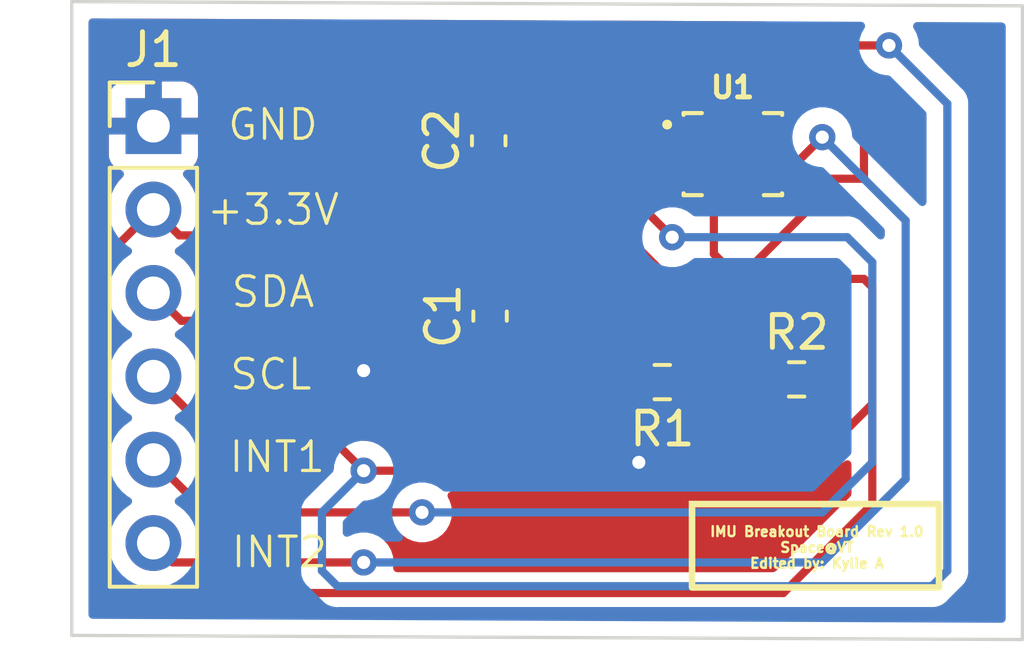
<source format=kicad_pcb>
(kicad_pcb (version 20211014) (generator pcbnew)
  (layers (0 "F.Cu" signal) (31 "B.Cu" signal) (34 "B.Paste" user) (35 "F.Paste" user) (36 "B.SilkS" user "B.Silkscreen") (37 "F.SilkS" user "F.Silkscreen") (38 "B.Mask" user) (39 "F.Mask" user) (44 "Edge.Cuts" user))
  (net 0 "")
  (net 1 "/IMU_A_SCL")
  (net 2 "+3V3")
  (net 3 "/IMU_A_SDA")
  (net 4 "GND")
  (net 6 "/IMU_A_INT2")
  (net 8 "/IMU_A_INT1")
  (footprint "Resistor_SMD:R_0603_1608Metric" (layer "F.Cu") (at 109.426673 74.009259 180)
    (fp_text reference "R1" (at 0 -1.43) (layer "F.SilkS"))
    (fp_text value "10K")
    (fp_line (start -0.237258 0.5225) (end 0.237258 0.5225) (layer "F.SilkS") (width 0.12))
    (fp_line (start -0.237258 -0.5225) (end 0.237258 -0.5225) (layer "F.SilkS") (width 0.12))
    (pad "1" smd roundrect (at -0.825 0 180) (size 0.8 0.95) (layers "F.Cu" "F.Paste" "F.Mask") (net 1 "/IMU_A_SCL"))
    (pad "2" smd roundrect (at 0.825 0 180) (size 0.8 0.95) (layers "F.Cu" "F.Paste" "F.Mask") (net 2 "+3V3"))
  )
  (footprint "Capacitor_SMD:C_0603_1608Metric" (layer "F.Cu") (at 104.14 66.657652 90)
    (fp_text reference "C2" (at 0 -1.43 90) (layer "F.SilkS"))
    (fp_text value "100nF")
    (fp_line (start -0.14058 -0.51) (end 0.14058 -0.51) (layer "F.SilkS") (width 0.12))
    (fp_line (start -0.14058 0.51) (end 0.14058 0.51) (layer "F.SilkS") (width 0.12))
    (pad "1" smd roundrect (at -0.775 0 90) (size 0.9 0.95) (layers "F.Cu" "F.Paste" "F.Mask") (net 4 "GND"))
    (pad "2" smd roundrect (at 0.775 0 90) (size 0.9 0.95) (layers "F.Cu" "F.Paste" "F.Mask") (net 2 "+3V3"))
  )
  (footprint "Connector_PinHeader_2.54mm:PinHeader_1x06_P2.54mm_Vertical" (layer "F.Cu") (at 93.926149 66.212543)
    (fp_text reference "J1" (at 0 -2.33) (layer "F.SilkS"))
    (fp_text value "Conn_01x06")
    (fp_line (start -1.33 -1.33) (end 0 -1.33) (layer "F.SilkS") (width 0.12))
    (fp_line (start -1.33 1.27) (end -1.33 14.03) (layer "F.SilkS") (width 0.12))
    (fp_line (start -1.33 0) (end -1.33 -1.33) (layer "F.SilkS") (width 0.12))
    (fp_line (start 1.33 1.27) (end 1.33 14.03) (layer "F.SilkS") (width 0.12))
    (fp_line (start -1.33 14.03) (end 1.33 14.03) (layer "F.SilkS") (width 0.12))
    (fp_line (start -1.33 1.27) (end 1.33 1.27) (layer "F.SilkS") (width 0.12))
    (pad "1" thru_hole rect (at 0 0) (size 1.7 1.7) (drill 1) (layers *.Cu *.Mask) (net 4 "GND"))
    (pad "2" thru_hole oval (at 0 2.54) (size 1.7 1.7) (drill 1) (layers *.Cu *.Mask) (net 2 "+3V3"))
    (pad "3" thru_hole oval (at 0 5.08) (size 1.7 1.7) (drill 1) (layers *.Cu *.Mask) (net 3 "/IMU_A_SDA"))
    (pad "4" thru_hole oval (at 0 7.62) (size 1.7 1.7) (drill 1) (layers *.Cu *.Mask) (net 1 "/IMU_A_SCL"))
    (pad "5" thru_hole oval (at 0 10.16) (size 1.7 1.7) (drill 1) (layers *.Cu *.Mask) (net 8 "/IMU_A_INT1"))
    (pad "6" thru_hole oval (at 0 12.7) (size 1.7 1.7) (drill 1) (layers *.Cu *.Mask) (net 6 "/IMU_A_INT2"))
  )
  (footprint "Capacitor_SMD:C_0603_1608Metric" (layer "F.Cu") (at 104.181335 71.99979 90)
    (fp_text reference "C1" (at 0 -1.43 90) (layer "F.SilkS"))
    (fp_text value "100nF")
    (fp_line (start -0.14058 -0.51) (end 0.14058 -0.51) (layer "F.SilkS") (width 0.12))
    (fp_line (start -0.14058 0.51) (end 0.14058 0.51) (layer "F.SilkS") (width 0.12))
    (pad "1" smd roundrect (at -0.775 0 90) (size 0.9 0.95) (layers "F.Cu" "F.Paste" "F.Mask") (net 4 "GND"))
    (pad "2" smd roundrect (at 0.775 0 90) (size 0.9 0.95) (layers "F.Cu" "F.Paste" "F.Mask") (net 2 "+3V3"))
  )
  (footprint "InertialMeasurementUnits:XDCR_BMI270" (layer "F.Cu") (at 111.576079 67.065024)
    (fp_text reference "U1" (at -0.008 -2.0314) (layer "F.SilkS") (effects (font (size 0.64 0.64))))
    (fp_text value "BMI270")
    (fp_line (start -1.5 1.195) (end -1.5 1.25) (layer "F.SilkS") (width 0.127))
    (fp_line (start 0.945 1.25) (end 1.5 1.25) (layer "F.SilkS") (width 0.127))
    (fp_line (start -1.5 -1.25) (end -1.5 -1.195) (layer "F.SilkS") (width 0.127))
    (fp_line (start -1.5 -1.25) (end -0.945 -1.25) (layer "F.SilkS") (width 0.127))
    (fp_line (start 1.5 -1.25) (end 1.5 -1.195) (layer "F.SilkS") (width 0.127))
    (fp_line (start 0.945 -1.25) (end 1.5 -1.25) (layer "F.SilkS") (width 0.127))
    (fp_line (start -1.5 1.25) (end -0.945 1.25) (layer "F.SilkS") (width 0.127))
    (fp_line (start 1.5 1.195) (end 1.5 1.25) (layer "F.SilkS") (width 0.127))
    (fp_circle (center -2 -0.9) (end -1.925 -0.9) (layer "F.SilkS") (width 0.15) (fill none))
    (pad "1" smd rect locked (at -1.1625 -0.75) (size 0.475 0.25) (layers "F.Cu" "F.Paste" "F.Mask") (net 4 "GND"))
    (pad "2" smd rect locked (at -1.1625 -0.25) (size 0.475 0.25) (layers "F.Cu" "F.Paste" "F.Mask"))
    (pad "3" smd rect locked (at -1.1625 0.25) (size 0.475 0.25) (layers "F.Cu" "F.Paste" "F.Mask"))
    (pad "4" smd rect locked (at -1.1625 0.75) (size 0.475 0.25) (layers "F.Cu" "F.Paste" "F.Mask") (net 8 "/IMU_A_INT1"))
    (pad "5" smd rect locked (at -0.5 0.9125) (size 0.25 0.475) (layers "F.Cu" "F.Paste" "F.Mask") (net 2 "+3V3"))
    (pad "6" smd rect locked (at 0 0.9125) (size 0.25 0.475) (layers "F.Cu" "F.Paste" "F.Mask") (net 4 "GND"))
    (pad "7" smd rect locked (at 0.5 0.9125) (size 0.25 0.475) (layers "F.Cu" "F.Paste" "F.Mask") (net 4 "GND"))
    (pad "8" smd rect locked (at 1.1625 0.75) (size 0.475 0.25) (layers "F.Cu" "F.Paste" "F.Mask") (net 2 "+3V3"))
    (pad "9" smd rect locked (at 1.1625 0.25) (size 0.475 0.25) (layers "F.Cu" "F.Paste" "F.Mask") (net 6 "/IMU_A_INT2"))
    (pad "10" smd rect locked (at 1.1625 -0.25) (size 0.475 0.25) (layers "F.Cu" "F.Paste" "F.Mask"))
    (pad "11" smd rect locked (at 1.1625 -0.75) (size 0.475 0.25) (layers "F.Cu" "F.Paste" "F.Mask"))
    (pad "12" smd rect locked (at 0.5 -0.9125) (size 0.25 0.475) (layers "F.Cu" "F.Paste" "F.Mask") (net 2 "+3V3"))
    (pad "13" smd rect locked (at 0 -0.9125) (size 0.25 0.475) (layers "F.Cu" "F.Paste" "F.Mask") (net 1 "/IMU_A_SCL"))
    (pad "14" smd rect locked (at -0.5 -0.9125) (size 0.25 0.475) (layers "F.Cu" "F.Paste" "F.Mask") (net 3 "/IMU_A_SDA"))
  )
  (footprint "Resistor_SMD:R_0603_1608Metric" (layer "F.Cu") (at 113.518812 73.92659)
    (fp_text reference "R2" (at 0 -1.43) (layer "F.SilkS"))
    (fp_text value "10K")
    (fp_line (start -0.237258 0.5225) (end 0.237258 0.5225) (layer "F.SilkS") (width 0.12))
    (fp_line (start -0.237258 -0.5225) (end 0.237258 -0.5225) (layer "F.SilkS") (width 0.12))
    (pad "1" smd roundrect (at -0.825 0) (size 0.8 0.95) (layers "F.Cu" "F.Paste" "F.Mask") (net 3 "/IMU_A_SDA"))
    (pad "2" smd roundrect (at 0.825 0) (size 0.8 0.95) (layers "F.Cu" "F.Paste" "F.Mask") (net 2 "+3V3"))
  )
  (gr_rect (start 110.333078 80.264) (end 117.856 77.724) (layer "F.SilkS") (width 0.2) (fill none))
  (gr_line (start 91.44 62.4205) (end 120.396 62.5475) (layer "Edge.Cuts") (width 0.1))
  (gr_line (start 91.44 81.7245) (end 91.44 62.4205) (layer "Edge.Cuts") (width 0.1))
  (gr_line (start 120.396 81.8515) (end 120.396 62.5475) (layer "Edge.Cuts") (width 0.1))
  (gr_line (start 91.44 81.7245) (end 120.396 81.8515) (layer "Edge.Cuts") (width 0.1))
  (gr_text "GND" (at 97.568199 66.170193) (layer "F.SilkS") (effects (font (size 0.9 0.9) (thickness 0.1))))
  (gr_text "SDA" (at 97.568199 71.261742) (layer "F.SilkS") (effects (font (size 0.9 0.9) (thickness 0.1))))
  (gr_text "INT2" (at 97.761549 79.189091) (layer "F.SilkS") (effects (font (size 0.9 0.9) (thickness 0.1))))
  (gr_text "IMU Breakout Board Rev 1.0\nSpace@VT\nEdited by: Kylie A" (at 114.135874 79.046711) (layer "F.SilkS") (effects (font (size 0.3 0.3) (thickness 0.075))))
  (gr_text "+3.3V" (at 97.570114 68.758649) (layer "F.SilkS") (effects (font (size 0.9 0.9) (thickness 0.1))))
  (gr_text "SCL" (at 97.503749 73.775292) (layer "F.SilkS") (effects (font (size 0.9 0.9) (thickness 0.1))))
  (gr_text "INT1" (at 97.697099 76.288841) (layer "F.SilkS") (effects (font (size 0.9 0.9) (thickness 0.1))))
  (segment (start 111.576079 65.207921) (end 113.03 63.754) (width 0.25) (layer "F.Cu") (net 1))
  (segment (start 108.204 72.39) (end 107.442 73.152) (width 0.25) (layer "F.Cu") (net 1))
  (segment (start 110.251673 72.913673) (end 109.728 72.39) (width 0.25) (layer "F.Cu") (net 1))
  (segment (start 111.525599 66.102044) (end 111.525599 66.04) (width 0.25) (layer "F.Cu") (net 1))
  (segment (start 109.728 72.39) (end 108.204 72.39) (width 0.25) (layer "F.Cu") (net 1))
  (segment (start 107.442 73.152) (end 107.442 76.2) (width 0.25) (layer "F.Cu") (net 1))
  (segment (start 95.287628 75.194022) (end 93.926149 73.832543) (width 0.25) (layer "F.Cu") (net 1))
  (segment (start 111.576079 66.152524) (end 111.576079 65.207921) (width 0.25) (layer "F.Cu") (net 1))
  (segment (start 111.576079 66.152524) (end 111.525599 66.102044) (width 0.25) (layer "F.Cu") (net 1))
  (segment (start 100.33 76.708) (end 98.816022 75.194022) (width 0.25) (layer "F.Cu") (net 1))
  (segment (start 106.934 76.708) (end 100.33 76.708) (width 0.25) (layer "F.Cu") (net 1))
  (segment (start 98.816022 75.194022) (end 95.287628 75.194022) (width 0.25) (layer "F.Cu") (net 1))
  (segment (start 110.251673 74.009259) (end 110.251673 72.913673) (width 0.25) (layer "F.Cu") (net 1))
  (segment (start 113.03 63.754) (end 116.332 63.754) (width 0.25) (layer "F.Cu") (net 1))
  (segment (start 107.442 76.2) (end 106.934 76.708) (width 0.25) (layer "F.Cu") (net 1))
  (via (at 100.33 76.708) (size 0.8) (drill 0.4) (layers "F.Cu" "B.Cu") (net 1))
  (via (at 116.332 63.754) (size 0.8) (drill 0.4) (layers "F.Cu" "B.Cu") (net 1))
  (segment (start 118.11 65.532) (end 116.332 63.754) (width 0.25) (layer "B.Cu") (net 1))
  (segment (start 100.33 76.708) (end 99.06 77.978) (width 0.25) (layer "B.Cu") (net 1))
  (segment (start 99.06 77.978) (end 99.06 79.756) (width 0.25) (layer "B.Cu") (net 1))
  (segment (start 118.11 79.756) (end 118.11 65.532) (width 0.25) (layer "B.Cu") (net 1))
  (segment (start 99.06 79.756) (end 99.530511 80.226511) (width 0.25) (layer "B.Cu") (net 1))
  (segment (start 117.639489 80.226511) (end 118.11 79.756) (width 0.25) (layer "B.Cu") (net 1))
  (segment (start 99.530511 80.226511) (end 117.639489 80.226511) (width 0.25) (layer "B.Cu") (net 1))
  (segment (start 115.567024 67.815024) (end 115.57 67.818) (width 0.25) (layer "F.Cu") (net 2))
  (segment (start 114.343812 73.92659) (end 112.324402 75.946) (width 0.25) (layer "F.Cu") (net 2))
  (segment (start 100.482341 69.540311) (end 94.713917 69.540311) (width 0.25) (layer "F.Cu") (net 2))
  (segment (start 92.202 80.01) (end 92.62652 80.43452) (width 0.25) (layer "F.Cu") (net 2))
  (segment (start 101.854 68.168652) (end 101.854 69.342) (width 0.25) (layer "F.Cu") (net 2))
  (segment (start 115.824 74.676) (end 115.824 71.12) (width 0.25) (layer "F.Cu") (net 2))
  (segment (start 112.738579 67.815024) (end 113.789024 67.815024) (width 0.25) (layer "F.Cu") (net 2))
  (segment (start 110.998 68.567125) (end 110.998 70.104) (width 0.25) (layer "F.Cu") (net 2))
  (segment (start 92.62652 80.43452) (end 113.11348 80.43452) (width 0.25) (layer "F.Cu") (net 2))
  (segment (start 112.324402 75.946) (end 112.014 75.946) (width 0.25) (layer "F.Cu") (net 2))
  (segment (start 92.574692 70.104) (end 92.456 70.104) (width 0.25) (layer "F.Cu") (net 2))
  (segment (start 104.14 65.882652) (end 101.854 68.168652) (width 0.25) (layer "F.Cu") (net 2))
  (segment (start 115.57 67.818) (end 115.57 65.532) (width 0.25) (layer "F.Cu") (net 2))
  (segment (start 114.554 75.946) (end 115.824 74.676) (width 0.25) (layer "F.Cu") (net 2))
  (segment (start 112.014 75.946) (end 110.538414 75.946) (width 0.25) (layer "F.Cu") (net 2))
  (segment (start 115.57 70.866) (end 111.76 70.866) (width 0.25) (layer "F.Cu") (net 2))
  (segment (start 111.076079 68.489046) (end 110.998 68.567125) (width 0.25) (layer "F.Cu") (net 2))
  (segment (start 92.202 70.358) (end 92.202 80.01) (width 0.25) (layer "F.Cu") (net 2))
  (segment (start 115.824 71.12) (end 115.57 70.866) (width 0.25) (layer "F.Cu") (net 2))
  (segment (start 100.482341 69.540311) (end 102.496856 69.540311) (width 0.25) (layer "F.Cu") (net 2))
  (segment (start 102.496856 69.540311) (end 104.181335 71.22479) (width 0.25) (layer "F.Cu") (net 2))
  (segment (start 113.11348 80.43452) (end 115.824 77.724) (width 0.25) (layer "F.Cu") (net 2))
  (segment (start 113.789024 67.815024) (end 115.567024 67.815024) (width 0.25) (layer "F.Cu") (net 2))
  (segment (start 94.713917 69.540311) (end 93.926149 68.752543) (width 0.25) (layer "F.Cu") (net 2))
  (segment (start 92.456 70.104) (end 92.202 70.358) (width 0.25) (layer "F.Cu") (net 2))
  (segment (start 113.789024 68.836976) (end 111.76 70.866) (width 0.25) (layer "F.Cu") (net 2))
  (segment (start 110.538414 75.946) (end 108.601673 74.009259) (width 0.25) (layer "F.Cu") (net 2))
  (segment (start 113.204603 65.024) (end 112.076079 66.152524) (width 0.25) (layer "F.Cu") (net 2))
  (segment (start 115.062 65.024) (end 113.204603 65.024) (width 0.25) (layer "F.Cu") (net 2))
  (segment (start 113.789024 67.815024) (end 113.789024 68.836976) (width 0.25) (layer "F.Cu") (net 2))
  (segment (start 112.014 75.946) (end 114.554 75.946) (width 0.25) (layer "F.Cu") (net 2))
  (segment (start 93.926149 68.752543) (end 92.574692 70.104) (width 0.25) (layer "F.Cu") (net 2))
  (segment (start 111.076079 67.977524) (end 111.076079 68.489046) (width 0.25) (layer "F.Cu") (net 2))
  (segment (start 115.824 77.724) (end 115.824 74.676) (width 0.25) (layer "F.Cu") (net 2))
  (segment (start 115.57 65.532) (end 115.062 65.024) (width 0.25) (layer "F.Cu") (net 2))
  (segment (start 110.998 70.104) (end 111.76 70.866) (width 0.25) (layer "F.Cu") (net 2))
  (segment (start 108.712 65.278) (end 109.22 65.278) (width 0.25) (layer "F.Cu") (net 3))
  (segment (start 107.442 66.548) (end 108.712 65.278) (width 0.25) (layer "F.Cu") (net 3))
  (segment (start 109.22 65.278) (end 110.201555 65.278) (width 0.25) (layer "F.Cu") (net 3))
  (segment (start 106.934 65.278) (end 109.22 65.278) (width 0.25) (layer "F.Cu") (net 3))
  (segment (start 105.664 75.438) (end 106.68 74.422) (width 0.25) (layer "F.Cu") (net 3))
  (segment (start 107.442 68.674778) (end 107.442 66.548) (width 0.25) (layer "F.Cu") (net 3))
  (segment (start 106.68 65.532) (end 106.934 65.278) (width 0.25) (layer "F.Cu") (net 3))
  (segment (start 103.886 75.438) (end 105.664 75.438) (width 0.25) (layer "F.Cu") (net 3))
  (segment (start 112.693812 73.92659) (end 107.442 68.674778) (width 0.25) (layer "F.Cu") (net 3))
  (segment (start 106.68 74.422) (end 106.68 65.532) (width 0.25) (layer "F.Cu") (net 3))
  (segment (start 100.590543 72.142543) (end 103.886 75.438) (width 0.25) (layer "F.Cu") (net 3))
  (segment (start 93.926149 71.292543) (end 94.776149 72.142543) (width 0.25) (layer "F.Cu") (net 3))
  (segment (start 94.776149 72.142543) (end 100.590543 72.142543) (width 0.25) (layer "F.Cu") (net 3))
  (segment (start 110.201555 65.278) (end 111.076079 66.152524) (width 0.25) (layer "F.Cu") (net 3))
  (via (at 108.712 76.454) (size 0.8) (drill 0.4) (layers "F.Cu" "B.Cu") (net 4))
  (via (at 100.33 73.66) (size 0.8) (drill 0.4) (layers "F.Cu" "B.Cu") (net 4))
  (segment (start 94.515606 79.502) (end 100.33 79.502) (width 0.25) (layer "F.Cu") (net 6))
  (segment (start 112.738579 67.315024) (end 113.532976 67.315024) (width 0.25) (layer "F.Cu") (net 6))
  (segment (start 113.532976 67.315024) (end 114.3 66.548) (width 0.25) (layer "F.Cu") (net 6))
  (segment (start 93.926149 78.912543) (end 94.515606 79.502) (width 0.25) (layer "F.Cu") (net 6))
  (via (at 114.3 66.548) (size 0.8) (drill 0.4) (layers "F.Cu" "B.Cu") (net 6))
  (via (at 100.33 79.502) (size 0.8) (drill 0.4) (layers "F.Cu" "B.Cu") (net 6))
  (segment (start 100.33 79.502) (end 114.3 79.502) (width 0.25) (layer "B.Cu") (net 6))
  (segment (start 116.84 69.088) (end 114.3 66.548) (width 0.25) (layer "B.Cu") (net 6))
  (segment (start 114.3 79.502) (end 116.84 76.962) (width 0.25) (layer "B.Cu") (net 6))
  (segment (start 116.84 76.962) (end 116.84 69.088) (width 0.25) (layer "B.Cu") (net 6))
  (segment (start 95.531606 77.978) (end 102.108 77.978) (width 0.25) (layer "F.Cu") (net 8))
  (segment (start 108.966 68.834) (end 109.728 69.596) (width 0.25) (layer "F.Cu") (net 8))
  (segment (start 93.926149 76.372543) (end 95.531606 77.978) (width 0.25) (layer "F.Cu") (net 8))
  (segment (start 108.966 68.072) (end 108.966 68.834) (width 0.25) (layer "F.Cu") (net 8))
  (segment (start 110.413579 67.815024) (end 109.222976 67.815024) (width 0.25) (layer "F.Cu") (net 8))
  (segment (start 109.222976 67.815024) (end 108.966 68.072) (width 0.25) (layer "F.Cu") (net 8))
  (via (at 109.728 69.596) (size 0.8) (drill 0.4) (layers "F.Cu" "B.Cu") (net 8))
  (via (at 102.108 77.978) (size 0.8) (drill 0.4) (layers "F.Cu" "B.Cu") (net 8))
  (segment (start 102.108 77.978) (end 114.3 77.978) (width 0.25) (layer "B.Cu") (net 8))
  (segment (start 114.3 77.978) (end 115.824 76.454) (width 0.25) (layer "B.Cu") (net 8))
  (segment (start 115.062 69.596) (end 109.728 69.596) (width 0.25) (layer "B.Cu") (net 8))
  (segment (start 115.824 76.454) (end 115.824 70.358) (width 0.25) (layer "B.Cu") (net 8))
  (segment (start 115.824 70.358) (end 115.062 69.596) (width 0.25) (layer "B.Cu") (net 8))
  (zone (net 4) (net_name "GND") (layers F&B.Cu) (connect_pads (clearance 0.508)) (min_thickness 0.254) (fill yes (thermal_gap 0.508) (thermal_bridge_width 0.508))
    (polygon (pts (xy 120.142 81.534) (xy 91.694 81.534) (xy 91.694 62.738) (xy 120.142 62.738)))
  )
)
</source>
